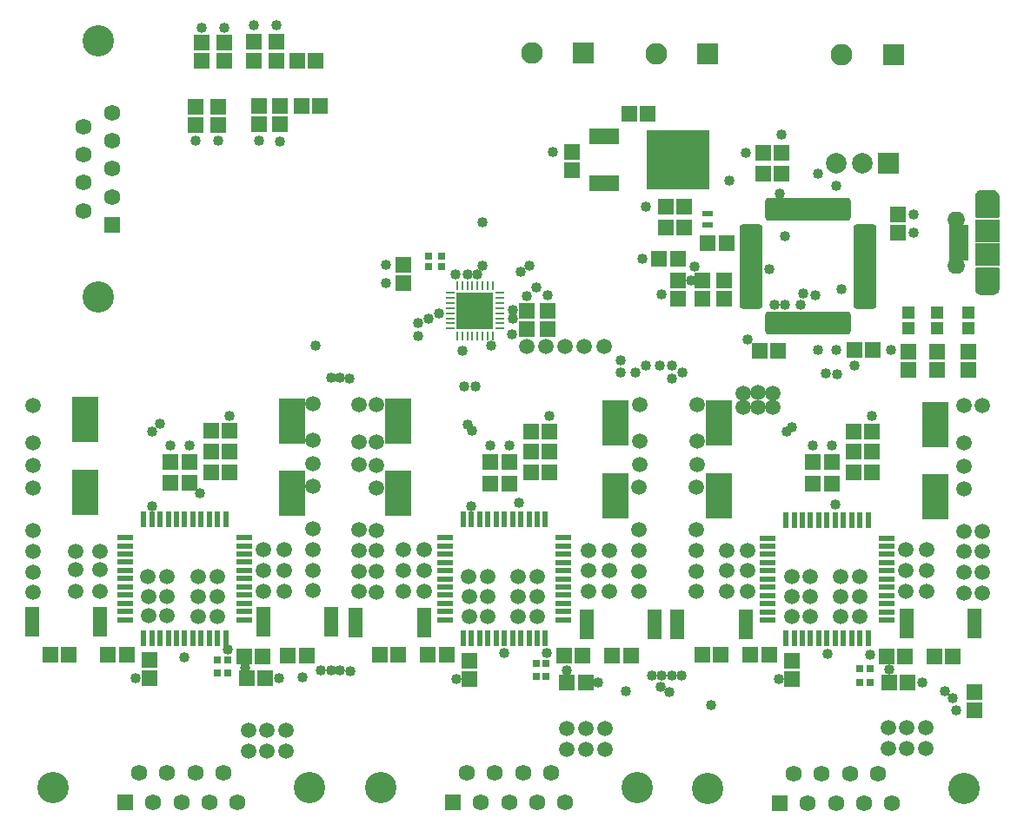
<source format=gts>
G04*
G04 #@! TF.GenerationSoftware,Altium Limited,Altium Designer,21.8.1 (53)*
G04*
G04 Layer_Color=8388736*
%FSLAX25Y25*%
%MOIN*%
G70*
G04*
G04 #@! TF.SameCoordinates,57A0437E-557E-4490-84B7-93440E4047FD*
G04*
G04*
G04 #@! TF.FilePolarity,Negative*
G04*
G01*
G75*
%ADD16O,0.03181X0.09087*%
%ADD17O,0.09087X0.03181*%
%ADD18R,0.06331X0.05937*%
%ADD19R,0.02000X0.06100*%
%ADD20R,0.06100X0.02000*%
%ADD21R,0.09874X0.17748*%
%ADD22R,0.02559X0.02953*%
%ADD23R,0.05709X0.11417*%
%ADD24R,0.05937X0.06331*%
%ADD25R,0.11811X0.06299*%
%ADD26R,0.24410X0.22835*%
%ADD27R,0.02953X0.02559*%
%ADD28R,0.01003X0.03575*%
%ADD29R,0.03575X0.01003*%
%ADD30R,0.14200X0.14200*%
%ADD31R,0.03937X0.01968*%
%ADD32R,0.05150X0.05150*%
%ADD33R,0.09480X0.09087*%
%ADD34R,0.07315X0.03575*%
%ADD35C,0.06260*%
%ADD36R,0.06260X0.06260*%
%ADD37C,0.12008*%
%ADD38R,0.06260X0.06260*%
%ADD39C,0.07906*%
%ADD40R,0.07906X0.07906*%
%ADD41R,0.08299X0.08299*%
%ADD42C,0.08299*%
%ADD43O,0.06921X0.06134*%
%ADD44C,0.04000*%
%ADD45C,0.05937*%
G36*
X421900Y235630D02*
X421986Y235618D01*
X422072Y235600D01*
X422155Y235573D01*
X422236Y235540D01*
X422313Y235500D01*
X422387Y235453D01*
X422456Y235400D01*
X422520Y235341D01*
X422579Y235276D01*
X422633Y235207D01*
X422679Y235133D01*
X422720Y235056D01*
X422753Y234975D01*
X422779Y234892D01*
X422798Y234807D01*
X422810Y234720D01*
X422814Y234633D01*
Y227999D01*
Y227607D01*
X422813Y227586D01*
Y227564D01*
X422811Y227542D01*
X422810Y227520D01*
X422807Y227498D01*
X422805Y227477D01*
X422801Y227455D01*
X422798Y227434D01*
X422794Y227412D01*
X422790Y227391D01*
X422784Y227370D01*
X422779Y227348D01*
X422773Y227327D01*
X422767Y227306D01*
X422760Y227286D01*
X422753Y227265D01*
X422745Y227245D01*
X422737Y227224D01*
X422438Y226501D01*
X422429Y226481D01*
X422420Y226461D01*
X422410Y226441D01*
X422401Y226422D01*
X422390Y226403D01*
X422380Y226383D01*
X422368Y226365D01*
X422357Y226346D01*
X422345Y226328D01*
X422333Y226310D01*
X422319Y226292D01*
X422307Y226274D01*
X422293Y226258D01*
X422280Y226240D01*
X422265Y226224D01*
X422251Y226208D01*
X422235Y226192D01*
X422221Y226176D01*
X421667Y225622D01*
X421651Y225608D01*
X421635Y225592D01*
X421619Y225578D01*
X421602Y225563D01*
X421585Y225550D01*
X421568Y225536D01*
X421551Y225523D01*
X421533Y225510D01*
X421515Y225499D01*
X421497Y225486D01*
X421478Y225475D01*
X421460Y225463D01*
X421440Y225453D01*
X421421Y225442D01*
X421402Y225433D01*
X421382Y225423D01*
X421362Y225414D01*
X421342Y225405D01*
X420619Y225106D01*
X420598Y225098D01*
X420578Y225090D01*
X420557Y225083D01*
X420537Y225076D01*
X420515Y225070D01*
X420495Y225064D01*
X420473Y225059D01*
X420452Y225053D01*
X420431Y225049D01*
X420409Y225045D01*
X420388Y225042D01*
X420366Y225038D01*
X420345Y225036D01*
X420323Y225033D01*
X420301Y225032D01*
X420279Y225030D01*
X420257D01*
X420236Y225029D01*
X415278D01*
X415257Y225030D01*
X415235D01*
X415213Y225032D01*
X415191Y225033D01*
X415169Y225036D01*
X415148Y225038D01*
X415126Y225042D01*
X415105Y225045D01*
X415083Y225049D01*
X415062Y225053D01*
X415041Y225059D01*
X415019Y225064D01*
X414998Y225070D01*
X414977Y225076D01*
X414957Y225083D01*
X414936Y225090D01*
X414916Y225098D01*
X414895Y225106D01*
X414461Y225286D01*
X414442Y225295D01*
X414421Y225303D01*
X414402Y225313D01*
X414382Y225322D01*
X414363Y225333D01*
X414344Y225343D01*
X414326Y225355D01*
X414306Y225366D01*
X414289Y225379D01*
X414270Y225390D01*
X414253Y225404D01*
X414235Y225416D01*
X414218Y225430D01*
X414201Y225444D01*
X414185Y225458D01*
X414168Y225472D01*
X414153Y225488D01*
X414137Y225502D01*
X413804Y225835D01*
X413790Y225851D01*
X413774Y225866D01*
X413760Y225883D01*
X413745Y225899D01*
X413732Y225916D01*
X413718Y225933D01*
X413705Y225951D01*
X413692Y225968D01*
X413681Y225987D01*
X413668Y226005D01*
X413657Y226024D01*
X413645Y226042D01*
X413635Y226061D01*
X413624Y226080D01*
X413615Y226100D01*
X413605Y226119D01*
X413597Y226140D01*
X413587Y226160D01*
X413408Y226594D01*
X413400Y226614D01*
X413392Y226634D01*
X413385Y226655D01*
X413378Y226676D01*
X413372Y226697D01*
X413365Y226717D01*
X413361Y226739D01*
X413355Y226760D01*
X413351Y226781D01*
X413346Y226803D01*
X413344Y226824D01*
X413340Y226846D01*
X413338Y226868D01*
X413335Y226889D01*
X413334Y226911D01*
X413332Y226933D01*
Y226955D01*
X413331Y226977D01*
Y227211D01*
Y234633D01*
X413335Y234720D01*
X413346Y234807D01*
X413365Y234892D01*
X413392Y234975D01*
X413425Y235056D01*
X413465Y235133D01*
X413512Y235207D01*
X413565Y235276D01*
X413624Y235341D01*
X413689Y235400D01*
X413758Y235453D01*
X413832Y235500D01*
X413909Y235540D01*
X413990Y235573D01*
X414073Y235600D01*
X414158Y235618D01*
X414245Y235630D01*
X414332Y235634D01*
X421813D01*
X421900Y235630D01*
D02*
G37*
G36*
X420257Y265239D02*
X420279D01*
X420301Y265237D01*
X420323Y265236D01*
X420345Y265233D01*
X420366Y265231D01*
X420388Y265228D01*
X420409Y265225D01*
X420431Y265220D01*
X420452Y265216D01*
X420473Y265211D01*
X420495Y265206D01*
X420515Y265199D01*
X420537Y265194D01*
X420557Y265186D01*
X420578Y265180D01*
X420598Y265171D01*
X420619Y265164D01*
X421342Y264864D01*
X421362Y264855D01*
X421382Y264847D01*
X421402Y264836D01*
X421421Y264827D01*
X421440Y264816D01*
X421460Y264806D01*
X421478Y264794D01*
X421497Y264784D01*
X421515Y264771D01*
X421533Y264759D01*
X421551Y264746D01*
X421568Y264734D01*
X421585Y264720D01*
X421602Y264706D01*
X421619Y264691D01*
X421635Y264677D01*
X421651Y264662D01*
X421667Y264647D01*
X422221Y264093D01*
X422235Y264077D01*
X422251Y264062D01*
X422265Y264045D01*
X422280Y264029D01*
X422293Y264012D01*
X422307Y263995D01*
X422319Y263977D01*
X422333Y263960D01*
X422345Y263941D01*
X422357Y263924D01*
X422368Y263905D01*
X422380Y263886D01*
X422390Y263867D01*
X422401Y263848D01*
X422410Y263828D01*
X422420Y263809D01*
X422429Y263788D01*
X422438Y263769D01*
X422737Y263045D01*
X422745Y263025D01*
X422753Y263004D01*
X422760Y262984D01*
X422767Y262963D01*
X422773Y262942D01*
X422779Y262921D01*
X422784Y262900D01*
X422790Y262879D01*
X422794Y262857D01*
X422798Y262836D01*
X422801Y262814D01*
X422805Y262793D01*
X422807Y262771D01*
X422810Y262749D01*
X422811Y262728D01*
X422813Y262706D01*
Y262684D01*
X422814Y262662D01*
Y262271D01*
Y255637D01*
X422810Y255550D01*
X422798Y255463D01*
X422779Y255378D01*
X422753Y255294D01*
X422720Y255214D01*
X422679Y255136D01*
X422633Y255063D01*
X422579Y254993D01*
X422520Y254929D01*
X422456Y254870D01*
X422387Y254817D01*
X422313Y254770D01*
X422236Y254730D01*
X422155Y254696D01*
X422072Y254670D01*
X421986Y254651D01*
X421900Y254640D01*
X421813Y254636D01*
X414332D01*
X414245Y254640D01*
X414158Y254651D01*
X414073Y254670D01*
X413990Y254696D01*
X413909Y254730D01*
X413832Y254770D01*
X413758Y254817D01*
X413689Y254870D01*
X413624Y254929D01*
X413565Y254993D01*
X413512Y255063D01*
X413465Y255136D01*
X413425Y255214D01*
X413392Y255294D01*
X413365Y255378D01*
X413346Y255463D01*
X413335Y255550D01*
X413331Y255637D01*
Y263058D01*
Y263293D01*
X413332Y263315D01*
Y263337D01*
X413334Y263358D01*
X413335Y263380D01*
X413338Y263402D01*
X413340Y263424D01*
X413344Y263445D01*
X413346Y263467D01*
X413351Y263488D01*
X413355Y263510D01*
X413361Y263531D01*
X413365Y263552D01*
X413372Y263573D01*
X413378Y263594D01*
X413385Y263614D01*
X413392Y263635D01*
X413400Y263656D01*
X413408Y263676D01*
X413587Y264110D01*
X413597Y264130D01*
X413605Y264150D01*
X413615Y264169D01*
X413624Y264189D01*
X413635Y264208D01*
X413645Y264228D01*
X413657Y264246D01*
X413668Y264265D01*
X413681Y264283D01*
X413692Y264301D01*
X413705Y264318D01*
X413718Y264336D01*
X413732Y264353D01*
X413745Y264370D01*
X413760Y264387D01*
X413774Y264403D01*
X413790Y264419D01*
X413804Y264435D01*
X414137Y264767D01*
X414153Y264782D01*
X414168Y264797D01*
X414185Y264811D01*
X414201Y264826D01*
X414218Y264839D01*
X414235Y264853D01*
X414253Y264866D01*
X414270Y264879D01*
X414289Y264891D01*
X414306Y264903D01*
X414325Y264914D01*
X414344Y264926D01*
X414363Y264936D01*
X414382Y264947D01*
X414402Y264956D01*
X414421Y264967D01*
X414442Y264975D01*
X414461Y264984D01*
X414895Y265164D01*
X414916Y265171D01*
X414936Y265180D01*
X414957Y265186D01*
X414977Y265194D01*
X414999Y265199D01*
X415019Y265206D01*
X415040Y265211D01*
X415062Y265216D01*
X415083Y265220D01*
X415105Y265225D01*
X415126Y265228D01*
X415148Y265231D01*
X415169Y265233D01*
X415191Y265236D01*
X415213Y265237D01*
X415235Y265239D01*
X415257D01*
X415278Y265240D01*
X420236D01*
X420257Y265239D01*
D02*
G37*
D16*
X334442Y257850D02*
D03*
X336411D02*
D03*
X338380D02*
D03*
X340348D02*
D03*
X342317D02*
D03*
X344285D02*
D03*
X346253D02*
D03*
X348222D02*
D03*
X350190D02*
D03*
X352159D02*
D03*
X354128D02*
D03*
X356096D02*
D03*
X358065D02*
D03*
X360033D02*
D03*
X362002D02*
D03*
X363970D02*
D03*
Y214150D02*
D03*
X362002D02*
D03*
X360033D02*
D03*
X358065D02*
D03*
X356096D02*
D03*
X354128D02*
D03*
X352159D02*
D03*
X350190D02*
D03*
X348222D02*
D03*
X346253D02*
D03*
X344285D02*
D03*
X342317D02*
D03*
X340348D02*
D03*
X338380D02*
D03*
X336411D02*
D03*
X334442D02*
D03*
D17*
X371057Y250764D02*
D03*
Y248795D02*
D03*
Y246827D02*
D03*
Y244858D02*
D03*
Y242890D02*
D03*
Y240921D02*
D03*
Y238953D02*
D03*
Y236984D02*
D03*
Y235016D02*
D03*
Y233047D02*
D03*
Y231079D02*
D03*
Y229110D02*
D03*
Y227142D02*
D03*
Y225173D02*
D03*
Y223205D02*
D03*
Y221236D02*
D03*
X327356D02*
D03*
Y223205D02*
D03*
Y225173D02*
D03*
Y227142D02*
D03*
Y229110D02*
D03*
Y231079D02*
D03*
Y233047D02*
D03*
Y235016D02*
D03*
Y236984D02*
D03*
Y238953D02*
D03*
Y240921D02*
D03*
Y242890D02*
D03*
Y244858D02*
D03*
Y246827D02*
D03*
Y248795D02*
D03*
Y250764D02*
D03*
D18*
X242903Y172711D02*
D03*
X249990D02*
D03*
X404658Y86379D02*
D03*
X397572D02*
D03*
X308525Y86837D02*
D03*
X315612D02*
D03*
X379413Y86379D02*
D03*
X386500D02*
D03*
X334217Y86837D02*
D03*
X327130D02*
D03*
X387300Y76436D02*
D03*
X380213D02*
D03*
X358244Y160840D02*
D03*
X351157D02*
D03*
X366655Y164777D02*
D03*
X373742D02*
D03*
X366612Y172651D02*
D03*
X373699D02*
D03*
X358244Y152697D02*
D03*
X351157D02*
D03*
X366655Y156903D02*
D03*
X373742D02*
D03*
X281184Y86440D02*
D03*
X274098D02*
D03*
X185051Y86897D02*
D03*
X192137D02*
D03*
X255703Y86440D02*
D03*
X262790D02*
D03*
X210507Y86897D02*
D03*
X203421D02*
D03*
X263914Y76360D02*
D03*
X256827D02*
D03*
X234534Y160900D02*
D03*
X227448D02*
D03*
X242946Y164837D02*
D03*
X250033D02*
D03*
X234534Y152758D02*
D03*
X227448D02*
D03*
X242946Y156963D02*
D03*
X250033D02*
D03*
X294607Y250977D02*
D03*
X301694D02*
D03*
X155024Y297710D02*
D03*
X162110D02*
D03*
X153370Y314823D02*
D03*
X160457D02*
D03*
X65644Y86981D02*
D03*
X58557D02*
D03*
X149825Y86523D02*
D03*
X156912D02*
D03*
X140045Y86434D02*
D03*
X132959D02*
D03*
X80809Y86981D02*
D03*
X87896D02*
D03*
X133893Y77787D02*
D03*
X140979D02*
D03*
X104836Y160984D02*
D03*
X111923D02*
D03*
X127421Y164921D02*
D03*
X120335D02*
D03*
X127378Y172795D02*
D03*
X120291D02*
D03*
X104836Y152841D02*
D03*
X111923D02*
D03*
X127421Y157047D02*
D03*
X120335D02*
D03*
X331969Y271518D02*
D03*
X339056D02*
D03*
X310773Y244837D02*
D03*
X317860D02*
D03*
X339056Y279515D02*
D03*
X331969D02*
D03*
X330664Y203442D02*
D03*
X337750D02*
D03*
X301694Y259015D02*
D03*
X294607D02*
D03*
X287692Y294759D02*
D03*
X280605D02*
D03*
X374091Y203958D02*
D03*
X367005D02*
D03*
X292102Y238965D02*
D03*
X299188D02*
D03*
D19*
X340709Y138764D02*
D03*
X343858D02*
D03*
X347008D02*
D03*
X350157D02*
D03*
X353307D02*
D03*
X356457D02*
D03*
X359606D02*
D03*
X362756D02*
D03*
X365905D02*
D03*
X369055D02*
D03*
X372205D02*
D03*
Y93264D02*
D03*
X369055D02*
D03*
X365905D02*
D03*
X362756D02*
D03*
X359606D02*
D03*
X356457D02*
D03*
X353307D02*
D03*
X350157D02*
D03*
X347008D02*
D03*
X343858D02*
D03*
X340709D02*
D03*
X216999Y93325D02*
D03*
X220149D02*
D03*
X223298D02*
D03*
X226448D02*
D03*
X229598D02*
D03*
X232747D02*
D03*
X235897D02*
D03*
X239047D02*
D03*
X242196D02*
D03*
X245346D02*
D03*
X248495D02*
D03*
Y138825D02*
D03*
X245346D02*
D03*
X242196D02*
D03*
X239047D02*
D03*
X235897D02*
D03*
X232747D02*
D03*
X229598D02*
D03*
X226448D02*
D03*
X223298D02*
D03*
X220149D02*
D03*
X216999D02*
D03*
X94388Y93408D02*
D03*
X97537D02*
D03*
X100687D02*
D03*
X103837D02*
D03*
X106986D02*
D03*
X110136D02*
D03*
X113286D02*
D03*
X116435D02*
D03*
X119585D02*
D03*
X122734D02*
D03*
X125884D02*
D03*
Y138908D02*
D03*
X122734D02*
D03*
X119585D02*
D03*
X116435D02*
D03*
X113286D02*
D03*
X110136D02*
D03*
X106986D02*
D03*
X103837D02*
D03*
X100687D02*
D03*
X97537D02*
D03*
X94388D02*
D03*
D20*
X379207Y131762D02*
D03*
Y128613D02*
D03*
Y125463D02*
D03*
Y122314D02*
D03*
Y119164D02*
D03*
Y116014D02*
D03*
Y112865D02*
D03*
Y109715D02*
D03*
Y106565D02*
D03*
Y103416D02*
D03*
Y100266D02*
D03*
X333707D02*
D03*
Y103416D02*
D03*
Y106565D02*
D03*
Y109715D02*
D03*
Y112865D02*
D03*
Y116014D02*
D03*
Y119164D02*
D03*
Y122314D02*
D03*
Y125463D02*
D03*
Y128613D02*
D03*
Y131762D02*
D03*
X209997Y131823D02*
D03*
Y128673D02*
D03*
Y125524D02*
D03*
Y122374D02*
D03*
Y119225D02*
D03*
Y116075D02*
D03*
Y112925D02*
D03*
Y109776D02*
D03*
Y106626D02*
D03*
Y103477D02*
D03*
Y100327D02*
D03*
X255497D02*
D03*
Y103477D02*
D03*
Y106626D02*
D03*
Y109776D02*
D03*
Y112925D02*
D03*
Y116075D02*
D03*
Y119225D02*
D03*
Y122374D02*
D03*
Y125524D02*
D03*
Y128673D02*
D03*
Y131823D02*
D03*
X87386Y131906D02*
D03*
Y128757D02*
D03*
Y125607D02*
D03*
Y122458D02*
D03*
Y119308D02*
D03*
Y116158D02*
D03*
Y113009D02*
D03*
Y109859D02*
D03*
Y106710D02*
D03*
Y103560D02*
D03*
Y100410D02*
D03*
X132886D02*
D03*
Y103560D02*
D03*
Y106710D02*
D03*
Y109859D02*
D03*
Y113009D02*
D03*
Y116158D02*
D03*
Y119308D02*
D03*
Y122458D02*
D03*
Y125607D02*
D03*
Y128757D02*
D03*
Y131906D02*
D03*
D21*
X315111Y175876D02*
D03*
Y147924D02*
D03*
X398078Y175416D02*
D03*
Y147463D02*
D03*
X275369Y175876D02*
D03*
Y147924D02*
D03*
X192137Y176755D02*
D03*
Y148802D02*
D03*
X71852Y177130D02*
D03*
Y149177D02*
D03*
X151479Y148802D02*
D03*
Y176755D02*
D03*
D22*
X372910Y76436D02*
D03*
Y81554D02*
D03*
X368973D02*
D03*
Y76436D02*
D03*
X248807Y78544D02*
D03*
Y83662D02*
D03*
X244870D02*
D03*
Y78544D02*
D03*
X122781Y79938D02*
D03*
Y85056D02*
D03*
X126718D02*
D03*
Y79938D02*
D03*
D23*
X386956Y99058D02*
D03*
X413137D02*
D03*
X325278Y98668D02*
D03*
X299096D02*
D03*
X264247Y98728D02*
D03*
X290428D02*
D03*
X201935Y99426D02*
D03*
X175754D02*
D03*
X166459Y99510D02*
D03*
X140278D02*
D03*
X51547D02*
D03*
X77728D02*
D03*
D24*
X342872Y77639D02*
D03*
Y84725D02*
D03*
X219206Y77560D02*
D03*
Y84647D02*
D03*
X258639Y279878D02*
D03*
Y272791D02*
D03*
X116655Y322050D02*
D03*
Y314964D02*
D03*
X413137Y65500D02*
D03*
Y72587D02*
D03*
X146769Y297700D02*
D03*
Y290614D02*
D03*
X145441Y315020D02*
D03*
Y322107D02*
D03*
X125375Y314964D02*
D03*
Y322050D02*
D03*
X122938Y297293D02*
D03*
Y290207D02*
D03*
X138652Y297710D02*
D03*
Y290624D02*
D03*
X136762Y315020D02*
D03*
Y322107D02*
D03*
X114217Y290207D02*
D03*
Y297293D02*
D03*
X299188Y230755D02*
D03*
Y223668D02*
D03*
X194106Y236717D02*
D03*
Y229631D02*
D03*
X387591Y203239D02*
D03*
Y196152D02*
D03*
X398733Y203239D02*
D03*
Y196152D02*
D03*
X410508Y203239D02*
D03*
Y196152D02*
D03*
X96615Y84988D02*
D03*
Y77902D02*
D03*
X249395Y211947D02*
D03*
Y219033D02*
D03*
X317080Y223668D02*
D03*
Y230755D02*
D03*
X383706Y255861D02*
D03*
Y248774D02*
D03*
X308805Y223668D02*
D03*
Y230755D02*
D03*
X241296Y219033D02*
D03*
Y211947D02*
D03*
D25*
X271149Y285960D02*
D03*
Y267968D02*
D03*
D26*
X299417Y276964D02*
D03*
D27*
X203648Y239867D02*
D03*
X208766D02*
D03*
Y235930D02*
D03*
X203648D02*
D03*
D28*
X228372Y228671D02*
D03*
X226404D02*
D03*
X224435D02*
D03*
X222467D02*
D03*
X220498D02*
D03*
X218530D02*
D03*
X216561D02*
D03*
X214593D02*
D03*
Y209396D02*
D03*
X216561D02*
D03*
X218530D02*
D03*
X220498D02*
D03*
X222467D02*
D03*
X224435D02*
D03*
X226404D02*
D03*
X228372D02*
D03*
D29*
X211845Y225923D02*
D03*
Y223955D02*
D03*
Y221986D02*
D03*
Y220018D02*
D03*
Y218049D02*
D03*
Y216081D02*
D03*
Y214112D02*
D03*
Y212144D02*
D03*
X231120D02*
D03*
Y214112D02*
D03*
Y216081D02*
D03*
Y218049D02*
D03*
Y220018D02*
D03*
Y221986D02*
D03*
Y223955D02*
D03*
Y225923D02*
D03*
D30*
X221482Y219033D02*
D03*
D31*
X310773Y256373D02*
D03*
Y252042D02*
D03*
D32*
X387591Y218135D02*
D03*
Y212230D02*
D03*
X398733Y218135D02*
D03*
Y212230D02*
D03*
X410508Y218135D02*
D03*
Y212230D02*
D03*
D33*
X418072Y249662D02*
D03*
Y240607D02*
D03*
D34*
X407029Y240017D02*
D03*
Y250253D02*
D03*
Y242576D02*
D03*
Y245135D02*
D03*
Y247694D02*
D03*
D35*
X71319Y289681D02*
D03*
Y278894D02*
D03*
Y268106D02*
D03*
Y257319D02*
D03*
X82500Y295075D02*
D03*
Y284287D02*
D03*
Y273500D02*
D03*
Y262713D02*
D03*
X376044Y41181D02*
D03*
X365257D02*
D03*
X354470D02*
D03*
X343682D02*
D03*
X381438Y30000D02*
D03*
X370651D02*
D03*
X359863D02*
D03*
X349076D02*
D03*
X250686Y41500D02*
D03*
X239899D02*
D03*
X229111D02*
D03*
X218324D02*
D03*
X256080Y30319D02*
D03*
X245292D02*
D03*
X234505D02*
D03*
X223718D02*
D03*
X125032Y41500D02*
D03*
X114244D02*
D03*
X103457D02*
D03*
X92669D02*
D03*
X130425Y30319D02*
D03*
X119638D02*
D03*
X108851D02*
D03*
X98063D02*
D03*
D36*
X82500Y251925D02*
D03*
D37*
X76910Y224327D02*
D03*
Y322713D02*
D03*
X310690Y35591D02*
D03*
X409076D02*
D03*
X185332Y35909D02*
D03*
X283718D02*
D03*
X59677D02*
D03*
X158063D02*
D03*
D38*
X338288Y30000D02*
D03*
X212930Y30319D02*
D03*
X87276D02*
D03*
D39*
X360033Y275578D02*
D03*
X370033D02*
D03*
D40*
X380033D02*
D03*
D41*
X263122Y317914D02*
D03*
X310531Y317500D02*
D03*
X381842Y317257D02*
D03*
D42*
X243437Y317914D02*
D03*
X290846Y317500D02*
D03*
X362158Y317257D02*
D03*
D43*
X406045Y253895D02*
D03*
Y236375D02*
D03*
D44*
X336257Y221236D02*
D03*
X187361Y236717D02*
D03*
X235727Y210065D02*
D03*
X249990Y178632D02*
D03*
X380850Y203958D02*
D03*
X341018Y172711D02*
D03*
X343157Y174398D02*
D03*
X356590Y87337D02*
D03*
X372910Y86940D02*
D03*
X351157Y167257D02*
D03*
X358244D02*
D03*
X359606Y144707D02*
D03*
X373699Y178632D02*
D03*
X392960Y76436D02*
D03*
X401749Y72792D02*
D03*
X404658Y70315D02*
D03*
X380213Y81173D02*
D03*
X337959Y77639D02*
D03*
X296983Y78995D02*
D03*
X312068Y67656D02*
D03*
X300779Y78822D02*
D03*
X295848Y72499D02*
D03*
X218548Y175391D02*
D03*
X234534Y167318D02*
D03*
X221646Y190017D02*
D03*
X217501D02*
D03*
X227448Y167318D02*
D03*
X220340Y172860D02*
D03*
X238470Y145168D02*
D03*
X220149Y143875D02*
D03*
X173713Y80761D02*
D03*
X232747Y87531D02*
D03*
X214486Y77493D02*
D03*
X248838Y87724D02*
D03*
X256827Y81047D02*
D03*
X289239Y79052D02*
D03*
X292776Y74712D02*
D03*
X293086Y78995D02*
D03*
X279306Y73014D02*
D03*
X268655Y76360D02*
D03*
X97537Y143958D02*
D03*
X133386Y81779D02*
D03*
X160466Y205609D02*
D03*
X338298Y263893D02*
D03*
X224408Y252866D02*
D03*
X116158Y149005D02*
D03*
X318970Y269045D02*
D03*
X251280Y279878D02*
D03*
X339056Y286450D02*
D03*
X116655Y327692D02*
D03*
X353035Y271518D02*
D03*
X145441Y328536D02*
D03*
X136762Y328671D02*
D03*
X146769Y284045D02*
D03*
X138652Y284208D02*
D03*
X122938Y284289D02*
D03*
X114342Y284414D02*
D03*
X125375Y327692D02*
D03*
X360475Y194678D02*
D03*
X405932Y65500D02*
D03*
X356096Y194839D02*
D03*
X353035Y203958D02*
D03*
X361856Y227211D02*
D03*
X334207Y235016D02*
D03*
X207764Y218049D02*
D03*
X360033Y267000D02*
D03*
X293086Y225334D02*
D03*
X347238Y225727D02*
D03*
X242431Y236386D02*
D03*
X352159Y224928D02*
D03*
X305547Y236000D02*
D03*
X239047Y234000D02*
D03*
X346253Y221236D02*
D03*
X244995Y227959D02*
D03*
X241188Y224705D02*
D03*
X367026Y197944D02*
D03*
X325930Y207895D02*
D03*
X340320Y221236D02*
D03*
X235897Y219268D02*
D03*
X203648Y216081D02*
D03*
X304325Y230755D02*
D03*
X277338Y199796D02*
D03*
X227772Y205609D02*
D03*
X389560Y255861D02*
D03*
Y248774D02*
D03*
X287000Y259015D02*
D03*
X285704Y238953D02*
D03*
X146360Y77787D02*
D03*
X126702Y88780D02*
D03*
X110136Y85934D02*
D03*
X111923Y167289D02*
D03*
X127378Y178474D02*
D03*
X187200Y229631D02*
D03*
X249453Y225068D02*
D03*
X340379Y247753D02*
D03*
X213993Y233000D02*
D03*
X199707Y209396D02*
D03*
Y214111D02*
D03*
X277338Y195326D02*
D03*
X287000Y197858D02*
D03*
X360033Y203958D02*
D03*
X155337Y78363D02*
D03*
X292177Y197776D02*
D03*
X283000Y195326D02*
D03*
X216561Y203467D02*
D03*
X296983Y197858D02*
D03*
X301078Y195151D02*
D03*
X296983Y193016D02*
D03*
X162362Y80932D02*
D03*
X173500Y193085D02*
D03*
X169707Y193169D02*
D03*
Y80839D02*
D03*
X166360Y193261D02*
D03*
X166176Y80839D02*
D03*
X91383Y77787D02*
D03*
X100702Y175475D02*
D03*
X97537Y172752D02*
D03*
X104836Y167401D02*
D03*
X325500Y279515D02*
D03*
X218530Y233000D02*
D03*
X224435Y236386D02*
D03*
X222467Y233000D02*
D03*
X235897Y216081D02*
D03*
D45*
X318128Y119309D02*
D03*
X306350Y134838D02*
D03*
Y127046D02*
D03*
Y119080D02*
D03*
X326158Y119309D02*
D03*
Y127101D02*
D03*
X318128D02*
D03*
X306515Y168774D02*
D03*
Y182958D02*
D03*
X335711Y187429D02*
D03*
X324364Y181879D02*
D03*
X330037Y187512D02*
D03*
Y181913D02*
D03*
X306515Y159818D02*
D03*
X306350Y151170D02*
D03*
X324364Y187429D02*
D03*
X335711Y181878D02*
D03*
X350157Y116914D02*
D03*
X368909Y116773D02*
D03*
X361709Y101551D02*
D03*
X368909D02*
D03*
Y109129D02*
D03*
X350157Y109270D02*
D03*
X361709Y109129D02*
D03*
X361592Y116773D02*
D03*
X350157Y101692D02*
D03*
X386766Y127146D02*
D03*
X394796Y119309D02*
D03*
X386766Y119353D02*
D03*
Y111354D02*
D03*
X394796D02*
D03*
Y127146D02*
D03*
X415850Y134338D02*
D03*
X409015Y159318D02*
D03*
Y182458D02*
D03*
X415850Y110691D02*
D03*
X409015Y168274D02*
D03*
X415850Y118580D02*
D03*
Y126546D02*
D03*
X408850Y118580D02*
D03*
Y126546D02*
D03*
Y134338D02*
D03*
X416015Y182458D02*
D03*
X408850Y150670D02*
D03*
Y110691D02*
D03*
X342958Y109270D02*
D03*
X318128Y111310D02*
D03*
X326158D02*
D03*
X342841Y116914D02*
D03*
X306350Y111191D02*
D03*
X342958Y101692D02*
D03*
X284350Y119080D02*
D03*
Y127046D02*
D03*
Y134838D02*
D03*
Y151170D02*
D03*
X284515Y159818D02*
D03*
Y182958D02*
D03*
Y168774D02*
D03*
X202047Y127211D02*
D03*
X194017D02*
D03*
X183506Y118918D02*
D03*
X202047Y119419D02*
D03*
X194017D02*
D03*
X183506Y126883D02*
D03*
X272936Y127018D02*
D03*
X264906D02*
D03*
Y119226D02*
D03*
X183672Y182796D02*
D03*
Y168612D02*
D03*
Y159656D02*
D03*
X183506Y134676D02*
D03*
Y151008D02*
D03*
X272936Y119182D02*
D03*
X176925Y111158D02*
D03*
X183506Y111029D02*
D03*
X245199Y116834D02*
D03*
X219131Y116975D02*
D03*
X219249Y101753D02*
D03*
X226448D02*
D03*
X219249Y109331D02*
D03*
X238000Y109190D02*
D03*
X245199D02*
D03*
X202047Y111420D02*
D03*
X237883Y116834D02*
D03*
X226448Y109331D02*
D03*
X245199Y101612D02*
D03*
X194017Y111408D02*
D03*
X226448Y116975D02*
D03*
X238000Y101612D02*
D03*
X272936Y111227D02*
D03*
X284350Y111191D02*
D03*
X264906Y111227D02*
D03*
X176925Y119047D02*
D03*
Y134805D02*
D03*
Y127013D02*
D03*
X177091Y182926D02*
D03*
Y159785D02*
D03*
Y168741D02*
D03*
X270932Y205204D02*
D03*
X263496D02*
D03*
X256060D02*
D03*
X248624D02*
D03*
X241188Y205332D02*
D03*
X159239Y111529D02*
D03*
Y119418D02*
D03*
Y127383D02*
D03*
Y135176D02*
D03*
Y151508D02*
D03*
X159405Y160156D02*
D03*
Y169112D02*
D03*
Y183296D02*
D03*
X51906Y110824D02*
D03*
Y118713D02*
D03*
Y126679D02*
D03*
Y134471D02*
D03*
Y150803D02*
D03*
X52072Y159451D02*
D03*
Y168407D02*
D03*
Y182591D02*
D03*
X68191Y119474D02*
D03*
X96140Y117058D02*
D03*
X68191Y126735D02*
D03*
X77604D02*
D03*
X103457Y117058D02*
D03*
X77604Y119474D02*
D03*
X115271Y116917D02*
D03*
X77604Y111193D02*
D03*
X103457Y109414D02*
D03*
X96258D02*
D03*
X103457Y101836D02*
D03*
X96258D02*
D03*
X115389Y101695D02*
D03*
Y109273D02*
D03*
X122588D02*
D03*
X148452Y111380D02*
D03*
X140422D02*
D03*
X122588Y101695D02*
D03*
X148452Y119334D02*
D03*
X140422Y119379D02*
D03*
Y127171D02*
D03*
X148452D02*
D03*
X122588Y116917D02*
D03*
X68191Y111193D02*
D03*
X134550Y50000D02*
D03*
X134554Y58030D02*
D03*
X141694D02*
D03*
Y50000D02*
D03*
X148958Y58030D02*
D03*
Y50000D02*
D03*
X256823Y50655D02*
D03*
X256827Y58685D02*
D03*
X263967D02*
D03*
Y50655D02*
D03*
X271232Y58685D02*
D03*
Y50655D02*
D03*
X394353Y50970D02*
D03*
Y59000D02*
D03*
X387089Y50970D02*
D03*
Y59000D02*
D03*
X379948D02*
D03*
X379945Y50970D02*
D03*
M02*

</source>
